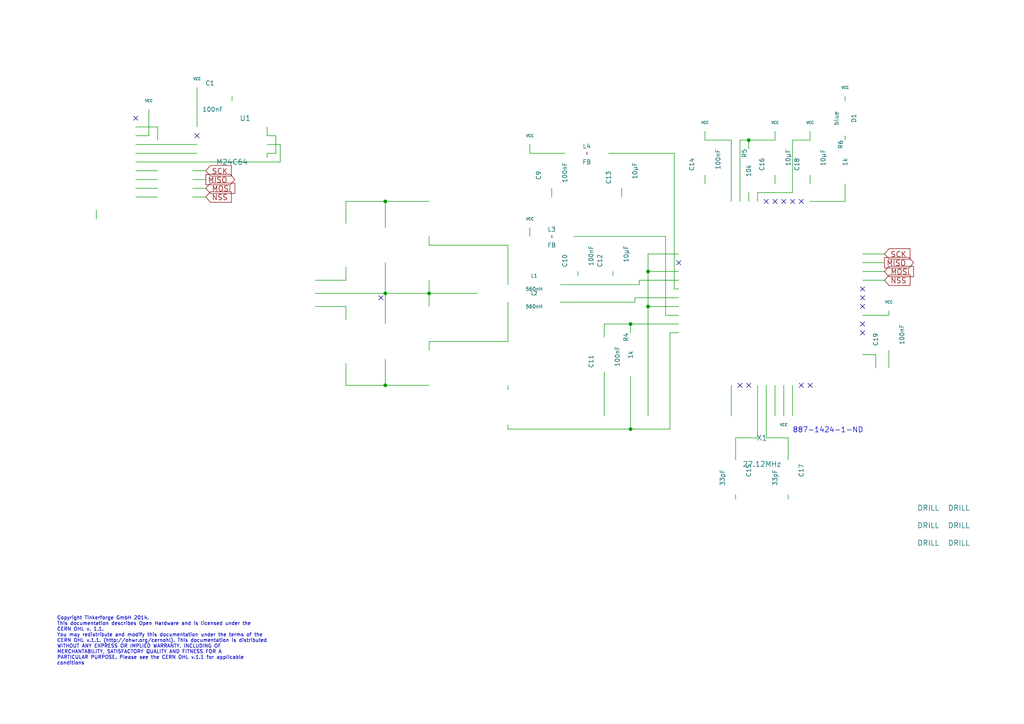
<source format=kicad_sch>
(kicad_sch (version 20230121) (generator eeschema)
  (paper "A4")
  (title_block (title "NFC/RFID Bricklet") (date "23 may 2014") (rev "1.0") (company "Tinkerforge GmbH") (comment 1 "Licensed under CERN OHL v.1.1") (comment 2 "Copyright (©) 2014, B.Nordmeyer <bastian@tinkerforge.com>"))
  (lib_symbols)
  (junction (at 187.96 88.9))
  (junction (at 187.96 78.74))
  (junction (at 111.76 111.76))
  (junction (at 111.76 58.42))
  (junction (at 182.88 93.98))
  (junction (at 111.76 85.09))
  (junction (at 124.46 85.09))
  (junction (at 217.17 40.64))
  (junction (at 182.88 124.46))
  (no_connect (at 224.79 58.42))
  (no_connect (at 229.87 58.42))
  (no_connect (at 222.25 58.42))
  (no_connect (at 227.33 58.42))
  (no_connect (at 196.85 76.2))
  (no_connect (at 39.37 34.29))
  (no_connect (at 250.19 93.98))
  (no_connect (at 232.41 58.42))
  (no_connect (at 232.41 111.76))
  (no_connect (at 217.17 111.76))
  (no_connect (at 250.19 88.9))
  (no_connect (at 234.95 111.76))
  (no_connect (at 250.19 83.82))
  (no_connect (at 250.19 86.36))
  (no_connect (at 250.19 96.52))
  (no_connect (at 214.63 111.76))
  (no_connect (at 57.15 39.37))
  (no_connect (at 110.49 86.36))
  (wire (pts (xy 256.54 76.2) (xy 250.19 76.2)))
  (wire (pts (xy 81.28 41.91) (xy 77.47 41.91)))
  (wire (pts (xy 91.44 88.9) (xy 100.33 88.9)))
  (wire (pts (xy 245.11 39.37) (xy 245.11 40.64)))
  (wire (pts (xy 111.76 58.42) (xy 100.33 58.42)))
  (wire (pts (xy 214.63 40.64) (xy 217.17 40.64)))
  (wire (pts (xy 147.32 71.12) (xy 147.32 82.55)))
  (wire (pts (xy 212.09 120.65) (xy 212.09 111.76)))
  (wire (pts (xy 184.15 87.63) (xy 162.56 87.63)))
  (wire (pts (xy 175.26 120.65) (xy 175.26 107.95)))
  (wire (pts (xy 100.33 88.9) (xy 100.33 92.71)))
  (wire (pts (xy 194.31 96.52) (xy 194.31 124.46)))
  (wire (pts (xy 250.19 78.74) (xy 256.54 78.74)))
  (wire (pts (xy 147.32 124.46) (xy 147.32 123.19)))
  (wire (pts (xy 224.79 38.1) (xy 224.79 40.64)))
  (wire (pts (xy 229.87 120.65) (xy 229.87 111.76)))
  (wire (pts (xy 194.31 124.46) (xy 182.88 124.46)))
  (wire (pts (xy 39.37 54.61) (xy 45.72 54.61)))
  (wire (pts (xy 153.67 44.45) (xy 153.67 41.91)))
  (wire (pts (xy 167.64 80.01) (xy 167.64 78.74)))
  (wire (pts (xy 234.95 58.42) (xy 245.11 58.42)))
  (wire (pts (xy 100.33 111.76) (xy 100.33 105.41)))
  (wire (pts (xy 153.67 44.45) (xy 163.83 44.45)))
  (wire (pts (xy 185.42 82.55) (xy 162.56 82.55)))
  (wire (pts (xy 228.6 144.78) (xy 228.6 143.51)))
  (wire (pts (xy 67.31 27.94) (xy 67.31 29.21)))
  (wire (pts (xy 124.46 111.76) (xy 111.76 111.76)))
  (wire (pts (xy 229.87 40.64) (xy 234.95 40.64)))
  (wire (pts (xy 77.47 39.37) (xy 77.47 36.83)))
  (wire (pts (xy 227.33 120.65) (xy 227.33 111.76)))
  (wire (pts (xy 177.8 80.01) (xy 177.8 78.74)))
  (wire (pts (xy 250.19 91.44) (xy 257.81 91.44)))
  (wire (pts (xy 77.47 44.45) (xy 77.47 45.72)))
  (wire (pts (xy 111.76 85.09) (xy 111.76 93.98)))
  (wire (pts (xy 196.85 73.66) (xy 187.96 73.66)))
  (wire (pts (xy 57.15 25.4) (xy 57.15 36.83)))
  (wire (pts (xy 91.44 85.09) (xy 111.76 85.09)))
  (wire (pts (xy 111.76 66.04) (xy 111.76 58.42)))
  (wire (pts (xy 184.15 86.36) (xy 184.15 87.63)))
  (wire (pts (xy 39.37 49.53) (xy 45.72 49.53)))
  (wire (pts (xy 45.72 57.15) (xy 39.37 57.15)))
  (wire (pts (xy 204.47 50.8) (xy 204.47 53.34)))
  (wire (pts (xy 80.01 44.45) (xy 77.47 44.45)))
  (wire (pts (xy 204.47 40.64) (xy 204.47 38.1)))
  (wire (pts (xy 196.85 86.36) (xy 184.15 86.36)))
  (wire (pts (xy 180.34 57.15) (xy 180.34 54.61)))
  (wire (pts (xy 124.46 101.6) (xy 124.46 99.06)))
  (wire (pts (xy 229.87 55.88) (xy 229.87 40.64)))
  (wire (pts (xy 245.11 58.42) (xy 245.11 53.34)))
  (wire (pts (xy 81.28 46.99) (xy 81.28 41.91)))
  (wire (pts (xy 175.26 93.98) (xy 182.88 93.98)))
  (wire (pts (xy 182.88 93.98) (xy 196.85 93.98)))
  (wire (pts (xy 250.19 73.66) (xy 256.54 73.66)))
  (wire (pts (xy 196.85 96.52) (xy 194.31 96.52)))
  (wire (pts (xy 39.37 36.83) (xy 45.72 36.83)))
  (wire (pts (xy 222.25 127) (xy 228.6 127)))
  (wire (pts (xy 250.19 102.87) (xy 254 102.87)))
  (wire (pts (xy 213.36 127) (xy 213.36 133.35)))
  (wire (pts (xy 124.46 85.09) (xy 124.46 88.9)))
  (wire (pts (xy 55.88 54.61) (xy 59.69 54.61)))
  (wire (pts (xy 257.81 106.68) (xy 257.81 101.6)))
  (wire (pts (xy 219.71 111.76) (xy 219.71 127)))
  (wire (pts (xy 185.42 81.28) (xy 185.42 82.55)))
  (wire (pts (xy 182.88 109.22) (xy 182.88 124.46)))
  (wire (pts (xy 193.04 91.44) (xy 193.04 68.58)))
  (wire (pts (xy 234.95 53.34) (xy 234.95 50.8)))
  (wire (pts (xy 124.46 58.42) (xy 111.76 58.42)))
  (wire (pts (xy 111.76 76.2) (xy 111.76 85.09)))
  (wire (pts (xy 166.37 68.58) (xy 193.04 68.58)))
  (wire (pts (xy 153.67 68.58) (xy 153.67 66.04)))
  (wire (pts (xy 39.37 46.99) (xy 81.28 46.99)))
  (wire (pts (xy 59.69 57.15) (xy 55.88 57.15)))
  (wire (pts (xy 213.36 144.78) (xy 213.36 143.51)))
  (wire (pts (xy 212.09 40.64) (xy 204.47 40.64)))
  (wire (pts (xy 217.17 55.88) (xy 217.17 58.42)))
  (wire (pts (xy 80.01 39.37) (xy 77.47 39.37)))
  (wire (pts (xy 55.88 49.53) (xy 59.69 49.53)))
  (wire (pts (xy 100.33 81.28) (xy 100.33 77.47)))
  (wire (pts (xy 91.44 81.28) (xy 100.33 81.28)))
  (wire (pts (xy 196.85 81.28) (xy 185.42 81.28)))
  (wire (pts (xy 80.01 44.45) (xy 80.01 39.37)))
  (wire (pts (xy 182.88 124.46) (xy 147.32 124.46)))
  (wire (pts (xy 187.96 73.66) (xy 187.96 78.74)))
  (wire (pts (xy 228.6 127) (xy 228.6 133.35)))
  (wire (pts (xy 124.46 71.12) (xy 147.32 71.12)))
  (wire (pts (xy 175.26 97.79) (xy 175.26 93.98)))
  (wire (pts (xy 245.11 27.94) (xy 245.11 29.21)))
  (wire (pts (xy 195.58 83.82) (xy 195.58 44.45)))
  (wire (pts (xy 187.96 88.9) (xy 196.85 88.9)))
  (wire (pts (xy 187.96 88.9) (xy 187.96 120.65)))
  (wire (pts (xy 224.79 53.34) (xy 224.79 50.8)))
  (wire (pts (xy 214.63 58.42) (xy 214.63 40.64)))
  (wire (pts (xy 196.85 91.44) (xy 193.04 91.44)))
  (wire (pts (xy 27.94 63.5) (xy 27.94 60.96)))
  (wire (pts (xy 217.17 43.18) (xy 217.17 40.64)))
  (wire (pts (xy 212.09 40.64) (xy 212.09 58.42)))
  (wire (pts (xy 234.95 40.64) (xy 234.95 38.1)))
  (wire (pts (xy 187.96 78.74) (xy 196.85 78.74)))
  (wire (pts (xy 59.69 52.07) (xy 55.88 52.07)))
  (wire (pts (xy 111.76 111.76) (xy 100.33 111.76)))
  (wire (pts (xy 176.53 44.45) (xy 195.58 44.45)))
  (wire (pts (xy 256.54 81.28) (xy 250.19 81.28)))
  (wire (pts (xy 124.46 71.12) (xy 124.46 68.58)))
  (wire (pts (xy 124.46 81.28) (xy 124.46 85.09)))
  (wire (pts (xy 45.72 36.83) (xy 45.72 40.64)))
  (wire (pts (xy 111.76 85.09) (xy 124.46 85.09)))
  (wire (pts (xy 147.32 113.03) (xy 147.32 111.76)))
  (wire (pts (xy 57.15 41.91) (xy 39.37 41.91)))
  (wire (pts (xy 187.96 78.74) (xy 187.96 88.9)))
  (wire (pts (xy 254 102.87) (xy 254 106.68)))
  (wire (pts (xy 160.02 57.15) (xy 160.02 54.61)))
  (wire (pts (xy 224.79 120.65) (xy 224.79 111.76)))
  (wire (pts (xy 100.33 58.42) (xy 100.33 64.77)))
  (wire (pts (xy 196.85 83.82) (xy 195.58 83.82)))
  (wire (pts (xy 147.32 99.06) (xy 147.32 87.63)))
  (wire (pts (xy 45.72 52.07) (xy 39.37 52.07)))
  (wire (pts (xy 43.18 31.75) (xy 43.18 39.37)))
  (wire (pts (xy 124.46 99.06) (xy 147.32 99.06)))
  (wire (pts (xy 182.88 96.52) (xy 182.88 93.98)))
  (wire (pts (xy 111.76 104.14) (xy 111.76 111.76)))
  (wire (pts (xy 222.25 111.76) (xy 222.25 127)))
  (wire (pts (xy 57.15 44.45) (xy 39.37 44.45)))
  (wire (pts (xy 217.17 40.64) (xy 224.79 40.64)))
  (wire (pts (xy 43.18 39.37) (xy 39.37 39.37)))
  (wire (pts (xy 124.46 85.09) (xy 138.43 85.09)))
  (wire (pts (xy 219.71 55.88) (xy 229.87 55.88)))
  (wire (pts (xy 219.71 127) (xy 213.36 127)))
  (wire (pts (xy 257.81 91.44) (xy 257.81 90.17)))
  (wire (pts (xy 219.71 58.42) (xy 219.71 55.88)))
  (text "Copyright Tinkerforge GmbH 2014.\nThis documentation describes Open Hardware and is licensed under the\nCERN OHL v. 1.1.\nYou may redistribute and modify this documentation under the terms of the\nCERN OHL v.1.1. (http://ohwr.org/cernohl). This documentation is distributed\nWITHOUT ANY EXPRESS OR IMPLIED WARRANTY, INCLUDING OF\nMERCHANTABILITY, SATISFACTORY QUALITY AND FITNESS FOR A\nPARTICULAR PURPOSE. Please see the CERN OHL v.1.1 for applicable\nconditions\n" (at 16.51 193.04 0) (effects (font (size 1.016 1.016)) (justify left bottom)))
  (text "887-1424-1-ND" (at 229.87 125.73 0) (effects (font (size 1.524 1.524)) (justify left bottom)))
  (global_label "MOSI" (shape input) (at 59.69 54.61 0) (effects (font (size 1.524 1.524))) (property "Intersheetrefs" "${INTERSHEET_REFS}" (effects hide)))
  (global_label "NSS" (shape input) (at 59.69 57.15 0) (effects (font (size 1.524 1.524))) (property "Intersheetrefs" "${INTERSHEET_REFS}" (effects hide)))
  (global_label "MOSI" (shape input) (at 256.54 78.74 0) (effects (font (size 1.524 1.524))) (property "Intersheetrefs" "${INTERSHEET_REFS}" (effects hide)))
  (global_label "MISO" (shape output) (at 59.69 52.07 0) (effects (font (size 1.524 1.524))) (property "Intersheetrefs" "${INTERSHEET_REFS}" (effects hide)))
  (global_label "SCK" (shape input) (at 59.69 49.53 0) (effects (font (size 1.524 1.524))) (property "Intersheetrefs" "${INTERSHEET_REFS}" (effects hide)))
  (global_label "SCK" (shape input) (at 256.54 73.66 0) (effects (font (size 1.524 1.524))) (property "Intersheetrefs" "${INTERSHEET_REFS}" (effects hide)))
  (global_label "NSS" (shape input) (at 256.54 81.28 0) (effects (font (size 1.524 1.524))) (property "Intersheetrefs" "${INTERSHEET_REFS}" (effects hide)))
  (global_label "MISO" (shape output) (at 256.54 76.2 0) (effects (font (size 1.524 1.524))) (property "Intersheetrefs" "${INTERSHEET_REFS}" (effects hide)))
  (symbol (lib_id "CON-SENSOR") (at 27.94 45.72 0) (mirror y) (unit 1)
    (property "Reference" "P1" (at 34.29 31.75 0) (effects (font (size 1.524 1.524))))
    (property "Value" "CON-SENSOR" (at 24.13 45.72 90) (effects (font (size 1.524 1.524))))
    (property "Footprint" "CON-SENSOR" (effects hide))
  )
  (symbol (lib_id "GND") (at 27.94 63.5 0) (unit 1)
    (property "Reference" "#PWR1" (effects hide))
    (property "Value" "GND" (effects hide))
  )
  (symbol (lib_id "GND") (at 45.72 40.64 0) (unit 1)
    (property "Reference" "#PWR3" (effects hide))
    (property "Value" "GND" (effects hide))
  )
  (symbol (lib_id "VCC") (at 43.18 31.75 0) (unit 1)
    (property "Reference" "#PWR2" (effects hide))
    (property "Value" "VCC" (at 43.18 29.21 0) (effects (font (size 0.762 0.762))))
  )
  (symbol (lib_id "CAT24C") (at 67.31 46.99 0) (mirror y) (unit 1)
    (property "Reference" "U1" (at 71.12 34.29 0) (effects (font (size 1.524 1.524))))
    (property "Value" "M24C64" (at 67.31 46.99 0) (effects (font (size 1.524 1.524))))
    (property "Footprint" "SOIC8" (effects hide))
  )
  (symbol (lib_id "C") (at 62.23 27.94 90) (unit 1)
    (property "Reference" "C1" (at 62.23 24.13 90) (effects (justify left)))
    (property "Value" "100nF" (at 64.77 31.75 90) (effects (justify left)))
    (property "Footprint" "0603" (effects hide))
  )
  (symbol (lib_id "DRILL") (at 278.13 152.4 0) (unit 1)
    (property "Reference" "U5" (effects hide))
    (property "Value" "DRILL" (at 278.13 152.4 0) (effects (font (size 1.524 1.524))))
    (property "Footprint" "DRILL_NP" (effects hide))
  )
  (symbol (lib_id "DRILL") (at 278.13 157.48 0) (unit 1)
    (property "Reference" "U6" (effects hide))
    (property "Value" "DRILL" (at 278.13 157.48 0) (effects (font (size 1.524 1.524))))
    (property "Footprint" "DRILL_NP" (effects hide))
  )
  (symbol (lib_id "DRILL") (at 269.24 157.48 0) (unit 1)
    (property "Reference" "U4" (effects hide))
    (property "Value" "DRILL" (at 269.24 157.48 0) (effects (font (size 1.524 1.524))))
    (property "Footprint" "DRILL_NP" (effects hide))
  )
  (symbol (lib_id "DRILL") (at 269.24 152.4 0) (unit 1)
    (property "Reference" "U3" (effects hide))
    (property "Value" "DRILL" (at 269.24 152.4 0) (effects (font (size 1.524 1.524))))
    (property "Footprint" "DRILL_NP" (effects hide))
  )
  (symbol (lib_id "GND") (at 77.47 45.72 0) (unit 1)
    (property "Reference" "#PWR6" (effects hide))
    (property "Value" "GND" (effects hide))
  )
  (symbol (lib_id "VCC") (at 57.15 25.4 0) (unit 1)
    (property "Reference" "#PWR4" (effects hide))
    (property "Value" "VCC" (at 57.15 22.86 0) (effects (font (size 0.762 0.762))))
  )
  (symbol (lib_id "GND") (at 67.31 29.21 0) (unit 1)
    (property "Reference" "#PWR5" (effects hide))
    (property "Value" "GND" (effects hide))
  )
  (symbol (lib_id "CRYSTAL") (at 220.98 130.81 0) (unit 1)
    (property "Reference" "X1" (at 220.98 127 0) (effects (font (size 1.524 1.524))))
    (property "Value" "27.12MHz" (at 220.98 134.62 0) (effects (font (size 1.524 1.524))))
    (property "Footprint" "HC49/US" (effects hide))
  )
  (symbol (lib_id "C") (at 213.36 138.43 0) (unit 1)
    (property "Reference" "C15" (at 217.17 138.43 90) (effects (justify left)))
    (property "Value" "33pF" (at 209.55 140.97 90) (effects (justify left)))
    (property "Footprint" "0603" (effects hide))
  )
  (symbol (lib_id "C") (at 228.6 138.43 0) (unit 1)
    (property "Reference" "C17" (at 232.41 138.43 90) (effects (justify left)))
    (property "Value" "33pF" (at 224.79 140.97 90) (effects (justify left)))
    (property "Footprint" "0603" (effects hide))
  )
  (symbol (lib_id "GND") (at 213.36 144.78 0) (unit 1)
    (property "Reference" "#PWR19" (effects hide))
    (property "Value" "GND" (effects hide))
  )
  (symbol (lib_id "GND") (at 228.6 144.78 0) (unit 1)
    (property "Reference" "#PWR24" (effects hide))
    (property "Value" "GND" (effects hide))
  )
  (symbol (lib_id "ANT_NFC2") (at 80.01 82.55 0) (mirror y) (unit 1)
    (property "Reference" "ANT1" (at 85.09 77.47 0) (effects (font (size 1.524 1.524))))
    (property "Value" "ANT_NFC2" (at 82.55 91.44 0) (effects (font (size 1.524 1.524))))
    (property "Footprint" "NFC_ANTENNA2" (effects hide))
  )
  (symbol (lib_id "PN532") (at 223.52 85.09 0) (unit 1)
    (property "Reference" "U2" (at 201.93 59.69 0) (effects (font (size 1.524 1.524))))
    (property "Value" "PN532" (at 242.57 109.22 0) (effects (font (size 1.524 1.524))))
    (property "Footprint" "QFN40-6x6" (effects hide))
  )
  (symbol (lib_id "GND") (at 187.96 120.65 0) (unit 1)
    (property "Reference" "#PWR15" (effects hide))
    (property "Value" "GND" (effects hide))
  )
  (symbol (lib_id "GND") (at 229.87 120.65 0) (unit 1)
    (property "Reference" "#PWR25" (effects hide))
    (property "Value" "GND" (effects hide))
  )
  (symbol (lib_id "GND") (at 212.09 120.65 0) (unit 1)
    (property "Reference" "#PWR18" (effects hide))
    (property "Value" "GND" (effects hide))
  )
  (symbol (lib_id "C") (at 180.34 49.53 180) (unit 1)
    (property "Reference" "C13" (at 176.53 49.53 90) (effects (justify left)))
    (property "Value" "10µF" (at 184.15 46.99 90) (effects (justify left)))
    (property "Footprint" "0805" (effects hide))
  )
  (symbol (lib_id "INDUCT") (at 170.18 44.45 90) (unit 1)
    (property "Reference" "L4" (at 170.18 42.418 90))
    (property "Value" "FB" (at 170.18 46.99 90))
    (property "Footprint" "0603" (effects hide))
    (property "Datasheet" "~" (at 170.18 44.45 0) (effects (font (size 1.524 1.524))))
  )
  (symbol (lib_id "C") (at 160.02 49.53 180) (unit 1)
    (property "Reference" "C9" (at 156.21 49.53 90) (effects (justify left)))
    (property "Value" "100nF" (at 163.83 46.99 90) (effects (justify left)))
    (property "Footprint" "0603" (effects hide))
  )
  (symbol (lib_id "VCC") (at 153.67 41.91 0) (unit 1)
    (property "Reference" "#PWR8" (effects hide))
    (property "Value" "VCC" (at 153.67 39.37 0) (effects (font (size 0.762 0.762))))
  )
  (symbol (lib_id "GND") (at 160.02 57.15 0) (unit 1)
    (property "Reference" "#PWR10" (effects hide))
    (property "Value" "GND" (effects hide))
  )
  (symbol (lib_id "GND") (at 180.34 57.15 0) (unit 1)
    (property "Reference" "#PWR14" (effects hide))
    (property "Value" "GND" (effects hide))
  )
  (symbol (lib_id "INDUCT") (at 160.02 68.58 90) (unit 1)
    (property "Reference" "L3" (at 160.02 66.548 90))
    (property "Value" "FB" (at 160.02 71.12 90))
    (property "Footprint" "0603" (effects hide))
    (property "Datasheet" "~" (at 160.02 68.58 0) (effects (font (size 1.524 1.524))))
  )
  (symbol (lib_id "C") (at 167.64 73.66 180) (unit 1)
    (property "Reference" "C10" (at 163.83 73.66 90) (effects (justify left)))
    (property "Value" "100nF" (at 171.45 71.12 90) (effects (justify left)))
    (property "Footprint" "0603" (effects hide))
  )
  (symbol (lib_id "C") (at 177.8 73.66 180) (unit 1)
    (property "Reference" "C12" (at 173.99 73.66 90) (effects (justify left)))
    (property "Value" "10µF" (at 181.61 71.12 90) (effects (justify left)))
    (property "Footprint" "0805" (effects hide))
  )
  (symbol (lib_id "GND") (at 177.8 80.01 0) (unit 1)
    (property "Reference" "#PWR13" (effects hide))
    (property "Value" "GND" (effects hide))
  )
  (symbol (lib_id "GND") (at 167.64 80.01 0) (unit 1)
    (property "Reference" "#PWR11" (effects hide))
    (property "Value" "GND" (effects hide))
  )
  (symbol (lib_id "INDUCTOR") (at 154.94 82.55 90) (unit 1)
    (property "Reference" "L1" (at 154.94 80.01 90) (effects (font (size 1.016 1.016))))
    (property "Value" "560nH" (at 154.94 83.82 90) (effects (font (size 1.016 1.016))))
    (property "Footprint" "0805" (effects hide))
  )
  (symbol (lib_id "INDUCTOR") (at 154.94 87.63 90) (unit 1)
    (property "Reference" "L2" (at 154.94 85.09 90) (effects (font (size 1.016 1.016))))
    (property "Value" "560nH" (at 154.94 88.9 90) (effects (font (size 1.016 1.016))))
    (property "Footprint" "0805" (effects hide))
  )
  (symbol (lib_id "C") (at 175.26 102.87 180) (unit 1)
    (property "Reference" "C11" (at 171.45 102.87 90) (effects (justify left)))
    (property "Value" "100nF" (at 179.07 100.33 90) (effects (justify left)))
    (property "Footprint" "0603" (effects hide))
  )
  (symbol (lib_id "R") (at 182.88 102.87 180) (unit 1)
    (property "Reference" "R4" (at 181.61 97.79 90))
    (property "Value" "1k" (at 182.88 102.87 90))
    (property "Footprint" "0603" (effects hide))
  )
  (symbol (lib_id "GND") (at 175.26 120.65 0) (unit 1)
    (property "Reference" "#PWR12" (effects hide))
    (property "Value" "GND" (effects hide))
  )
  (symbol (lib_id "C") (at 204.47 45.72 180) (unit 1)
    (property "Reference" "C14" (at 200.66 45.72 90) (effects (justify left)))
    (property "Value" "100nF" (at 208.28 43.18 90) (effects (justify left)))
    (property "Footprint" "0603" (effects hide))
  )
  (symbol (lib_id "GND") (at 204.47 53.34 0) (unit 1)
    (property "Reference" "#PWR17" (effects hide))
    (property "Value" "GND" (effects hide))
  )
  (symbol (lib_id "VCC") (at 204.47 38.1 0) (unit 1)
    (property "Reference" "#PWR16" (effects hide))
    (property "Value" "VCC" (at 204.47 35.56 0) (effects (font (size 0.762 0.762))))
  )
  (symbol (lib_id "VCC") (at 153.67 66.04 0) (unit 1)
    (property "Reference" "#PWR9" (effects hide))
    (property "Value" "VCC" (at 153.67 63.5 0) (effects (font (size 0.762 0.762))))
  )
  (symbol (lib_id "C") (at 224.79 45.72 180) (unit 1)
    (property "Reference" "C16" (at 220.98 45.72 90) (effects (justify left)))
    (property "Value" "10µF" (at 228.6 43.18 90) (effects (justify left)))
    (property "Footprint" "0805" (effects hide))
  )
  (symbol (lib_id "VCC") (at 224.79 38.1 0) (unit 1)
    (property "Reference" "#PWR20" (effects hide))
    (property "Value" "VCC" (at 224.79 35.56 0) (effects (font (size 0.762 0.762))))
  )
  (symbol (lib_id "C") (at 234.95 45.72 180) (unit 1)
    (property "Reference" "C18" (at 231.14 45.72 90) (effects (justify left)))
    (property "Value" "10µF" (at 238.76 43.18 90) (effects (justify left)))
    (property "Footprint" "0805" (effects hide))
  )
  (symbol (lib_id "GND") (at 224.79 53.34 0) (unit 1)
    (property "Reference" "#PWR21" (effects hide))
    (property "Value" "GND" (effects hide))
  )
  (symbol (lib_id "GND") (at 234.95 53.34 0) (unit 1)
    (property "Reference" "#PWR27" (effects hide))
    (property "Value" "GND" (effects hide))
  )
  (symbol (lib_id "VCC") (at 234.95 38.1 0) (unit 1)
    (property "Reference" "#PWR26" (effects hide))
    (property "Value" "VCC" (at 234.95 35.56 0) (effects (font (size 0.762 0.762))))
  )
  (symbol (lib_id "C") (at 124.46 93.98 180) (unit 1)
    (property "Reference" "C6" (at 120.65 93.98 90) (effects (justify left)))
    (property "Value" "220pF" (at 128.27 91.44 90) (effects (justify left)))
    (property "Footprint" "0603" (effects hide))
  )
  (symbol (lib_id "C") (at 124.46 76.2 180) (unit 1)
    (property "Reference" "C5" (at 120.65 76.2 90) (effects (justify left)))
    (property "Value" "220pF" (at 128.27 73.66 90) (effects (justify left)))
    (property "Footprint" "0603" (effects hide))
  )
  (symbol (lib_id "GND") (at 138.43 85.09 90) (unit 1)
    (property "Reference" "#PWR7" (effects hide))
    (property "Value" "GND" (effects hide))
  )
  (symbol (lib_id "C") (at 124.46 106.68 180) (unit 1)
    (property "Reference" "C7" (at 120.65 106.68 90) (effects (justify left)))
    (property "Value" "22pF" (at 128.27 104.14 90) (effects (justify left)))
    (property "Footprint" "0603" (effects hide))
  )
  (symbol (lib_id "C") (at 124.46 63.5 180) (unit 1)
    (property "Reference" "C4" (at 120.65 63.5 90) (effects (justify left)))
    (property "Value" "22pF" (at 128.27 60.96 90) (effects (justify left)))
    (property "Footprint" "0603" (effects hide))
  )
  (symbol (lib_id "C") (at 111.76 71.12 180) (unit 1)
    (property "Reference" "C2" (at 107.95 71.12 90) (effects (justify left)))
    (property "Value" "100pF" (at 115.57 68.58 90) (effects (justify left)))
    (property "Footprint" "0603" (effects hide))
  )
  (symbol (lib_id "C") (at 111.76 99.06 180) (unit 1)
    (property "Reference" "C3" (at 107.95 99.06 90) (effects (justify left)))
    (property "Value" "100pF" (at 115.57 96.52 90) (effects (justify left)))
    (property "Footprint" "0603" (effects hide))
  )
  (symbol (lib_id "R") (at 100.33 71.12 0) (unit 1)
    (property "Reference" "R1" (at 102.362 71.12 90))
    (property "Value" "1.5" (at 100.33 71.12 90))
    (property "Footprint" "0805" (effects hide))
  )
  (symbol (lib_id "R") (at 100.33 99.06 0) (unit 1)
    (property "Reference" "R2" (at 102.362 99.06 90))
    (property "Value" "1.5" (at 100.33 99.06 90))
    (property "Footprint" "0805" (effects hide))
  )
  (symbol (lib_id "R") (at 147.32 105.41 180) (unit 1)
    (property "Reference" "R3" (at 146.05 100.33 90))
    (property "Value" "1.69k" (at 147.32 105.41 90))
    (property "Footprint" "0603" (effects hide))
  )
  (symbol (lib_id "C") (at 147.32 118.11 180) (unit 1)
    (property "Reference" "C8" (at 143.51 118.11 90) (effects (justify left)))
    (property "Value" "1nF" (at 151.13 115.57 90) (effects (justify left)))
    (property "Footprint" "0603" (effects hide))
  )
  (symbol (lib_id "GND") (at 224.79 120.65 0) (unit 1)
    (property "Reference" "#PWR22" (effects hide))
    (property "Value" "GND" (effects hide))
  )
  (symbol (lib_id "VCC") (at 227.33 120.65 180) (unit 1)
    (property "Reference" "#PWR23" (effects hide))
    (property "Value" "VCC" (at 227.33 123.19 0) (effects (font (size 0.762 0.762))))
  )
  (symbol (lib_id "GND") (at 254 106.68 0) (unit 1)
    (property "Reference" "#PWR29" (effects hide))
    (property "Value" "GND" (effects hide))
  )
  (symbol (lib_id "C") (at 257.81 96.52 180) (unit 1)
    (property "Reference" "C19" (at 254 96.52 90) (effects (justify left)))
    (property "Value" "100nF" (at 261.62 93.98 90) (effects (justify left)))
    (property "Footprint" "0603" (effects hide))
  )
  (symbol (lib_id "VCC") (at 257.81 90.17 0) (unit 1)
    (property "Reference" "#PWR30" (effects hide))
    (property "Value" "VCC" (at 257.81 87.63 0) (effects (font (size 0.762 0.762))))
  )
  (symbol (lib_id "GND") (at 257.81 106.68 0) (unit 1)
    (property "Reference" "#PWR31" (effects hide))
    (property "Value" "GND" (effects hide))
  )
  (symbol (lib_id "R") (at 217.17 49.53 180) (unit 1)
    (property "Reference" "R5" (at 215.9 44.45 90))
    (property "Value" "10k" (at 217.17 49.53 90))
    (property "Footprint" "0603" (effects hide))
  )
  (symbol (lib_id "R_PACK4") (at 50.8 58.42 0) (unit 1)
    (property "Reference" "RP1" (at 50.8 46.99 0) (effects (font (size 1.016 1.016))))
    (property "Value" "270" (at 50.8 59.69 0) (effects (font (size 1.016 1.016))))
    (property "Footprint" "0603X4" (effects hide))
  )
  (symbol (lib_id "DRILL") (at 269.24 147.32 0) (unit 1)
    (property "Reference" "U7" (effects hide))
    (property "Value" "DRILL" (at 269.24 147.32 0) (effects (font (size 1.524 1.524))))
    (property "Footprint" "DRILL_NP" (effects hide))
  )
  (symbol (lib_id "DRILL") (at 278.13 147.32 0) (unit 1)
    (property "Reference" "U8" (effects hide))
    (property "Value" "DRILL" (at 278.13 147.32 0) (effects (font (size 1.524 1.524))))
    (property "Footprint" "DRILL_NP" (effects hide))
  )
  (symbol (lib_id "R") (at 245.11 46.99 180) (unit 1)
    (property "Reference" "R6" (at 243.84 41.91 90))
    (property "Value" "1k" (at 245.11 46.99 90))
    (property "Footprint" "0603" (effects hide))
  )
  (symbol (lib_id "LED") (at 245.11 34.29 270) (unit 1)
    (property "Reference" "D1" (at 247.65 34.29 0))
    (property "Value" "blue" (at 242.57 34.29 0))
    (property "Footprint" "D0603" (effects hide))
  )
  (symbol (lib_id "VCC") (at 245.11 27.94 0) (unit 1)
    (property "Reference" "#PWR28" (effects hide))
    (property "Value" "VCC" (at 245.11 25.4 0) (effects (font (size 0.762 0.762))))
  )
)
</source>
